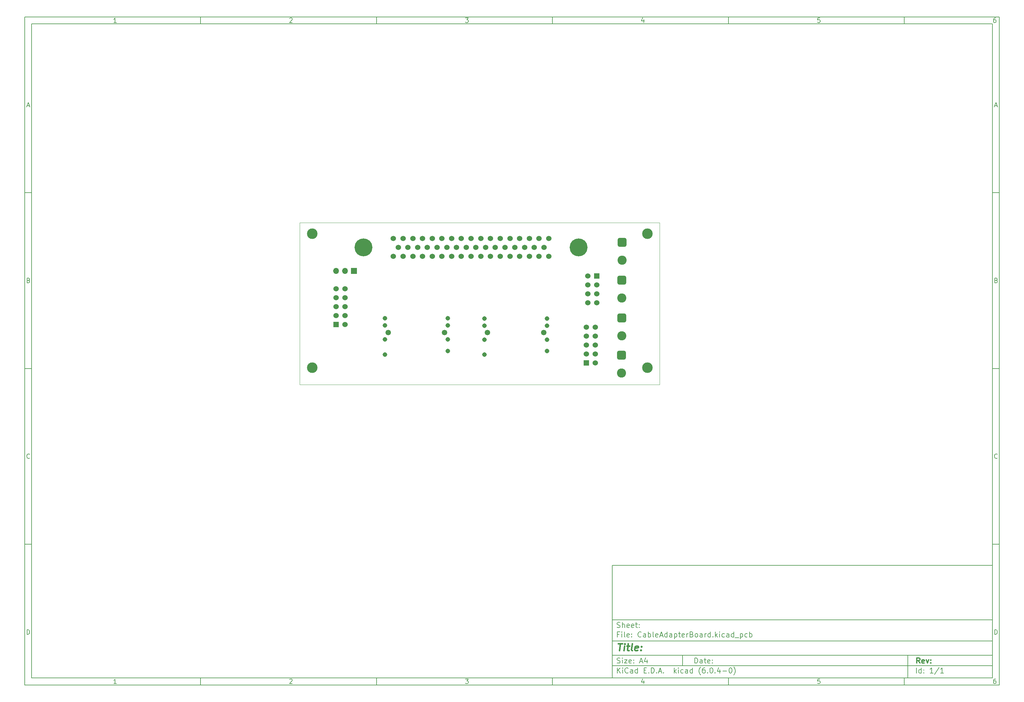
<source format=gbr>
%TF.GenerationSoftware,KiCad,Pcbnew,(6.0.4-0)*%
%TF.CreationDate,2023-08-06T12:43:48-07:00*%
%TF.ProjectId,CableAdapterBoard,4361626c-6541-4646-9170-746572426f61,rev?*%
%TF.SameCoordinates,Original*%
%TF.FileFunction,Soldermask,Bot*%
%TF.FilePolarity,Negative*%
%FSLAX46Y46*%
G04 Gerber Fmt 4.6, Leading zero omitted, Abs format (unit mm)*
G04 Created by KiCad (PCBNEW (6.0.4-0)) date 2023-08-06 12:43:48*
%MOMM*%
%LPD*%
G01*
G04 APERTURE LIST*
G04 Aperture macros list*
%AMRoundRect*
0 Rectangle with rounded corners*
0 $1 Rounding radius*
0 $2 $3 $4 $5 $6 $7 $8 $9 X,Y pos of 4 corners*
0 Add a 4 corners polygon primitive as box body*
4,1,4,$2,$3,$4,$5,$6,$7,$8,$9,$2,$3,0*
0 Add four circle primitives for the rounded corners*
1,1,$1+$1,$2,$3*
1,1,$1+$1,$4,$5*
1,1,$1+$1,$6,$7*
1,1,$1+$1,$8,$9*
0 Add four rect primitives between the rounded corners*
20,1,$1+$1,$2,$3,$4,$5,0*
20,1,$1+$1,$4,$5,$6,$7,0*
20,1,$1+$1,$6,$7,$8,$9,0*
20,1,$1+$1,$8,$9,$2,$3,0*%
G04 Aperture macros list end*
%ADD10C,0.100000*%
%ADD11C,0.150000*%
%ADD12C,0.300000*%
%ADD13C,0.400000*%
%TA.AperFunction,Profile*%
%ADD14C,0.100000*%
%TD*%
%ADD15R,1.700000X1.700000*%
%ADD16O,1.700000X1.700000*%
%ADD17C,3.000000*%
%ADD18C,1.550000*%
%ADD19C,1.308000*%
%ADD20R,1.530000X1.530000*%
%ADD21C,1.530000*%
%ADD22RoundRect,0.650000X-0.650000X0.650000X-0.650000X-0.650000X0.650000X-0.650000X0.650000X0.650000X0*%
%ADD23C,2.600000*%
%ADD24C,1.524000*%
%ADD25C,5.080000*%
G04 APERTURE END LIST*
D10*
D11*
X177002200Y-166007200D02*
X177002200Y-198007200D01*
X285002200Y-198007200D01*
X285002200Y-166007200D01*
X177002200Y-166007200D01*
D10*
D11*
X10000000Y-10000000D02*
X10000000Y-200007200D01*
X287002200Y-200007200D01*
X287002200Y-10000000D01*
X10000000Y-10000000D01*
D10*
D11*
X12000000Y-12000000D02*
X12000000Y-198007200D01*
X285002200Y-198007200D01*
X285002200Y-12000000D01*
X12000000Y-12000000D01*
D10*
D11*
X60000000Y-12000000D02*
X60000000Y-10000000D01*
D10*
D11*
X110000000Y-12000000D02*
X110000000Y-10000000D01*
D10*
D11*
X160000000Y-12000000D02*
X160000000Y-10000000D01*
D10*
D11*
X210000000Y-12000000D02*
X210000000Y-10000000D01*
D10*
D11*
X260000000Y-12000000D02*
X260000000Y-10000000D01*
D10*
D11*
X36065476Y-11588095D02*
X35322619Y-11588095D01*
X35694047Y-11588095D02*
X35694047Y-10288095D01*
X35570238Y-10473809D01*
X35446428Y-10597619D01*
X35322619Y-10659523D01*
D10*
D11*
X85322619Y-10411904D02*
X85384523Y-10350000D01*
X85508333Y-10288095D01*
X85817857Y-10288095D01*
X85941666Y-10350000D01*
X86003571Y-10411904D01*
X86065476Y-10535714D01*
X86065476Y-10659523D01*
X86003571Y-10845238D01*
X85260714Y-11588095D01*
X86065476Y-11588095D01*
D10*
D11*
X135260714Y-10288095D02*
X136065476Y-10288095D01*
X135632142Y-10783333D01*
X135817857Y-10783333D01*
X135941666Y-10845238D01*
X136003571Y-10907142D01*
X136065476Y-11030952D01*
X136065476Y-11340476D01*
X136003571Y-11464285D01*
X135941666Y-11526190D01*
X135817857Y-11588095D01*
X135446428Y-11588095D01*
X135322619Y-11526190D01*
X135260714Y-11464285D01*
D10*
D11*
X185941666Y-10721428D02*
X185941666Y-11588095D01*
X185632142Y-10226190D02*
X185322619Y-11154761D01*
X186127380Y-11154761D01*
D10*
D11*
X236003571Y-10288095D02*
X235384523Y-10288095D01*
X235322619Y-10907142D01*
X235384523Y-10845238D01*
X235508333Y-10783333D01*
X235817857Y-10783333D01*
X235941666Y-10845238D01*
X236003571Y-10907142D01*
X236065476Y-11030952D01*
X236065476Y-11340476D01*
X236003571Y-11464285D01*
X235941666Y-11526190D01*
X235817857Y-11588095D01*
X235508333Y-11588095D01*
X235384523Y-11526190D01*
X235322619Y-11464285D01*
D10*
D11*
X285941666Y-10288095D02*
X285694047Y-10288095D01*
X285570238Y-10350000D01*
X285508333Y-10411904D01*
X285384523Y-10597619D01*
X285322619Y-10845238D01*
X285322619Y-11340476D01*
X285384523Y-11464285D01*
X285446428Y-11526190D01*
X285570238Y-11588095D01*
X285817857Y-11588095D01*
X285941666Y-11526190D01*
X286003571Y-11464285D01*
X286065476Y-11340476D01*
X286065476Y-11030952D01*
X286003571Y-10907142D01*
X285941666Y-10845238D01*
X285817857Y-10783333D01*
X285570238Y-10783333D01*
X285446428Y-10845238D01*
X285384523Y-10907142D01*
X285322619Y-11030952D01*
D10*
D11*
X60000000Y-198007200D02*
X60000000Y-200007200D01*
D10*
D11*
X110000000Y-198007200D02*
X110000000Y-200007200D01*
D10*
D11*
X160000000Y-198007200D02*
X160000000Y-200007200D01*
D10*
D11*
X210000000Y-198007200D02*
X210000000Y-200007200D01*
D10*
D11*
X260000000Y-198007200D02*
X260000000Y-200007200D01*
D10*
D11*
X36065476Y-199595295D02*
X35322619Y-199595295D01*
X35694047Y-199595295D02*
X35694047Y-198295295D01*
X35570238Y-198481009D01*
X35446428Y-198604819D01*
X35322619Y-198666723D01*
D10*
D11*
X85322619Y-198419104D02*
X85384523Y-198357200D01*
X85508333Y-198295295D01*
X85817857Y-198295295D01*
X85941666Y-198357200D01*
X86003571Y-198419104D01*
X86065476Y-198542914D01*
X86065476Y-198666723D01*
X86003571Y-198852438D01*
X85260714Y-199595295D01*
X86065476Y-199595295D01*
D10*
D11*
X135260714Y-198295295D02*
X136065476Y-198295295D01*
X135632142Y-198790533D01*
X135817857Y-198790533D01*
X135941666Y-198852438D01*
X136003571Y-198914342D01*
X136065476Y-199038152D01*
X136065476Y-199347676D01*
X136003571Y-199471485D01*
X135941666Y-199533390D01*
X135817857Y-199595295D01*
X135446428Y-199595295D01*
X135322619Y-199533390D01*
X135260714Y-199471485D01*
D10*
D11*
X185941666Y-198728628D02*
X185941666Y-199595295D01*
X185632142Y-198233390D02*
X185322619Y-199161961D01*
X186127380Y-199161961D01*
D10*
D11*
X236003571Y-198295295D02*
X235384523Y-198295295D01*
X235322619Y-198914342D01*
X235384523Y-198852438D01*
X235508333Y-198790533D01*
X235817857Y-198790533D01*
X235941666Y-198852438D01*
X236003571Y-198914342D01*
X236065476Y-199038152D01*
X236065476Y-199347676D01*
X236003571Y-199471485D01*
X235941666Y-199533390D01*
X235817857Y-199595295D01*
X235508333Y-199595295D01*
X235384523Y-199533390D01*
X235322619Y-199471485D01*
D10*
D11*
X285941666Y-198295295D02*
X285694047Y-198295295D01*
X285570238Y-198357200D01*
X285508333Y-198419104D01*
X285384523Y-198604819D01*
X285322619Y-198852438D01*
X285322619Y-199347676D01*
X285384523Y-199471485D01*
X285446428Y-199533390D01*
X285570238Y-199595295D01*
X285817857Y-199595295D01*
X285941666Y-199533390D01*
X286003571Y-199471485D01*
X286065476Y-199347676D01*
X286065476Y-199038152D01*
X286003571Y-198914342D01*
X285941666Y-198852438D01*
X285817857Y-198790533D01*
X285570238Y-198790533D01*
X285446428Y-198852438D01*
X285384523Y-198914342D01*
X285322619Y-199038152D01*
D10*
D11*
X10000000Y-60000000D02*
X12000000Y-60000000D01*
D10*
D11*
X10000000Y-110000000D02*
X12000000Y-110000000D01*
D10*
D11*
X10000000Y-160000000D02*
X12000000Y-160000000D01*
D10*
D11*
X10690476Y-35216666D02*
X11309523Y-35216666D01*
X10566666Y-35588095D02*
X11000000Y-34288095D01*
X11433333Y-35588095D01*
D10*
D11*
X11092857Y-84907142D02*
X11278571Y-84969047D01*
X11340476Y-85030952D01*
X11402380Y-85154761D01*
X11402380Y-85340476D01*
X11340476Y-85464285D01*
X11278571Y-85526190D01*
X11154761Y-85588095D01*
X10659523Y-85588095D01*
X10659523Y-84288095D01*
X11092857Y-84288095D01*
X11216666Y-84350000D01*
X11278571Y-84411904D01*
X11340476Y-84535714D01*
X11340476Y-84659523D01*
X11278571Y-84783333D01*
X11216666Y-84845238D01*
X11092857Y-84907142D01*
X10659523Y-84907142D01*
D10*
D11*
X11402380Y-135464285D02*
X11340476Y-135526190D01*
X11154761Y-135588095D01*
X11030952Y-135588095D01*
X10845238Y-135526190D01*
X10721428Y-135402380D01*
X10659523Y-135278571D01*
X10597619Y-135030952D01*
X10597619Y-134845238D01*
X10659523Y-134597619D01*
X10721428Y-134473809D01*
X10845238Y-134350000D01*
X11030952Y-134288095D01*
X11154761Y-134288095D01*
X11340476Y-134350000D01*
X11402380Y-134411904D01*
D10*
D11*
X10659523Y-185588095D02*
X10659523Y-184288095D01*
X10969047Y-184288095D01*
X11154761Y-184350000D01*
X11278571Y-184473809D01*
X11340476Y-184597619D01*
X11402380Y-184845238D01*
X11402380Y-185030952D01*
X11340476Y-185278571D01*
X11278571Y-185402380D01*
X11154761Y-185526190D01*
X10969047Y-185588095D01*
X10659523Y-185588095D01*
D10*
D11*
X287002200Y-60000000D02*
X285002200Y-60000000D01*
D10*
D11*
X287002200Y-110000000D02*
X285002200Y-110000000D01*
D10*
D11*
X287002200Y-160000000D02*
X285002200Y-160000000D01*
D10*
D11*
X285692676Y-35216666D02*
X286311723Y-35216666D01*
X285568866Y-35588095D02*
X286002200Y-34288095D01*
X286435533Y-35588095D01*
D10*
D11*
X286095057Y-84907142D02*
X286280771Y-84969047D01*
X286342676Y-85030952D01*
X286404580Y-85154761D01*
X286404580Y-85340476D01*
X286342676Y-85464285D01*
X286280771Y-85526190D01*
X286156961Y-85588095D01*
X285661723Y-85588095D01*
X285661723Y-84288095D01*
X286095057Y-84288095D01*
X286218866Y-84350000D01*
X286280771Y-84411904D01*
X286342676Y-84535714D01*
X286342676Y-84659523D01*
X286280771Y-84783333D01*
X286218866Y-84845238D01*
X286095057Y-84907142D01*
X285661723Y-84907142D01*
D10*
D11*
X286404580Y-135464285D02*
X286342676Y-135526190D01*
X286156961Y-135588095D01*
X286033152Y-135588095D01*
X285847438Y-135526190D01*
X285723628Y-135402380D01*
X285661723Y-135278571D01*
X285599819Y-135030952D01*
X285599819Y-134845238D01*
X285661723Y-134597619D01*
X285723628Y-134473809D01*
X285847438Y-134350000D01*
X286033152Y-134288095D01*
X286156961Y-134288095D01*
X286342676Y-134350000D01*
X286404580Y-134411904D01*
D10*
D11*
X285661723Y-185588095D02*
X285661723Y-184288095D01*
X285971247Y-184288095D01*
X286156961Y-184350000D01*
X286280771Y-184473809D01*
X286342676Y-184597619D01*
X286404580Y-184845238D01*
X286404580Y-185030952D01*
X286342676Y-185278571D01*
X286280771Y-185402380D01*
X286156961Y-185526190D01*
X285971247Y-185588095D01*
X285661723Y-185588095D01*
D10*
D11*
X200434342Y-193785771D02*
X200434342Y-192285771D01*
X200791485Y-192285771D01*
X201005771Y-192357200D01*
X201148628Y-192500057D01*
X201220057Y-192642914D01*
X201291485Y-192928628D01*
X201291485Y-193142914D01*
X201220057Y-193428628D01*
X201148628Y-193571485D01*
X201005771Y-193714342D01*
X200791485Y-193785771D01*
X200434342Y-193785771D01*
X202577200Y-193785771D02*
X202577200Y-193000057D01*
X202505771Y-192857200D01*
X202362914Y-192785771D01*
X202077200Y-192785771D01*
X201934342Y-192857200D01*
X202577200Y-193714342D02*
X202434342Y-193785771D01*
X202077200Y-193785771D01*
X201934342Y-193714342D01*
X201862914Y-193571485D01*
X201862914Y-193428628D01*
X201934342Y-193285771D01*
X202077200Y-193214342D01*
X202434342Y-193214342D01*
X202577200Y-193142914D01*
X203077200Y-192785771D02*
X203648628Y-192785771D01*
X203291485Y-192285771D02*
X203291485Y-193571485D01*
X203362914Y-193714342D01*
X203505771Y-193785771D01*
X203648628Y-193785771D01*
X204720057Y-193714342D02*
X204577200Y-193785771D01*
X204291485Y-193785771D01*
X204148628Y-193714342D01*
X204077200Y-193571485D01*
X204077200Y-193000057D01*
X204148628Y-192857200D01*
X204291485Y-192785771D01*
X204577200Y-192785771D01*
X204720057Y-192857200D01*
X204791485Y-193000057D01*
X204791485Y-193142914D01*
X204077200Y-193285771D01*
X205434342Y-193642914D02*
X205505771Y-193714342D01*
X205434342Y-193785771D01*
X205362914Y-193714342D01*
X205434342Y-193642914D01*
X205434342Y-193785771D01*
X205434342Y-192857200D02*
X205505771Y-192928628D01*
X205434342Y-193000057D01*
X205362914Y-192928628D01*
X205434342Y-192857200D01*
X205434342Y-193000057D01*
D10*
D11*
X177002200Y-194507200D02*
X285002200Y-194507200D01*
D10*
D11*
X178434342Y-196585771D02*
X178434342Y-195085771D01*
X179291485Y-196585771D02*
X178648628Y-195728628D01*
X179291485Y-195085771D02*
X178434342Y-195942914D01*
X179934342Y-196585771D02*
X179934342Y-195585771D01*
X179934342Y-195085771D02*
X179862914Y-195157200D01*
X179934342Y-195228628D01*
X180005771Y-195157200D01*
X179934342Y-195085771D01*
X179934342Y-195228628D01*
X181505771Y-196442914D02*
X181434342Y-196514342D01*
X181220057Y-196585771D01*
X181077200Y-196585771D01*
X180862914Y-196514342D01*
X180720057Y-196371485D01*
X180648628Y-196228628D01*
X180577200Y-195942914D01*
X180577200Y-195728628D01*
X180648628Y-195442914D01*
X180720057Y-195300057D01*
X180862914Y-195157200D01*
X181077200Y-195085771D01*
X181220057Y-195085771D01*
X181434342Y-195157200D01*
X181505771Y-195228628D01*
X182791485Y-196585771D02*
X182791485Y-195800057D01*
X182720057Y-195657200D01*
X182577200Y-195585771D01*
X182291485Y-195585771D01*
X182148628Y-195657200D01*
X182791485Y-196514342D02*
X182648628Y-196585771D01*
X182291485Y-196585771D01*
X182148628Y-196514342D01*
X182077200Y-196371485D01*
X182077200Y-196228628D01*
X182148628Y-196085771D01*
X182291485Y-196014342D01*
X182648628Y-196014342D01*
X182791485Y-195942914D01*
X184148628Y-196585771D02*
X184148628Y-195085771D01*
X184148628Y-196514342D02*
X184005771Y-196585771D01*
X183720057Y-196585771D01*
X183577200Y-196514342D01*
X183505771Y-196442914D01*
X183434342Y-196300057D01*
X183434342Y-195871485D01*
X183505771Y-195728628D01*
X183577200Y-195657200D01*
X183720057Y-195585771D01*
X184005771Y-195585771D01*
X184148628Y-195657200D01*
X186005771Y-195800057D02*
X186505771Y-195800057D01*
X186720057Y-196585771D02*
X186005771Y-196585771D01*
X186005771Y-195085771D01*
X186720057Y-195085771D01*
X187362914Y-196442914D02*
X187434342Y-196514342D01*
X187362914Y-196585771D01*
X187291485Y-196514342D01*
X187362914Y-196442914D01*
X187362914Y-196585771D01*
X188077200Y-196585771D02*
X188077200Y-195085771D01*
X188434342Y-195085771D01*
X188648628Y-195157200D01*
X188791485Y-195300057D01*
X188862914Y-195442914D01*
X188934342Y-195728628D01*
X188934342Y-195942914D01*
X188862914Y-196228628D01*
X188791485Y-196371485D01*
X188648628Y-196514342D01*
X188434342Y-196585771D01*
X188077200Y-196585771D01*
X189577200Y-196442914D02*
X189648628Y-196514342D01*
X189577200Y-196585771D01*
X189505771Y-196514342D01*
X189577200Y-196442914D01*
X189577200Y-196585771D01*
X190220057Y-196157200D02*
X190934342Y-196157200D01*
X190077200Y-196585771D02*
X190577200Y-195085771D01*
X191077200Y-196585771D01*
X191577200Y-196442914D02*
X191648628Y-196514342D01*
X191577200Y-196585771D01*
X191505771Y-196514342D01*
X191577200Y-196442914D01*
X191577200Y-196585771D01*
X194577200Y-196585771D02*
X194577200Y-195085771D01*
X194720057Y-196014342D02*
X195148628Y-196585771D01*
X195148628Y-195585771D02*
X194577200Y-196157200D01*
X195791485Y-196585771D02*
X195791485Y-195585771D01*
X195791485Y-195085771D02*
X195720057Y-195157200D01*
X195791485Y-195228628D01*
X195862914Y-195157200D01*
X195791485Y-195085771D01*
X195791485Y-195228628D01*
X197148628Y-196514342D02*
X197005771Y-196585771D01*
X196720057Y-196585771D01*
X196577200Y-196514342D01*
X196505771Y-196442914D01*
X196434342Y-196300057D01*
X196434342Y-195871485D01*
X196505771Y-195728628D01*
X196577200Y-195657200D01*
X196720057Y-195585771D01*
X197005771Y-195585771D01*
X197148628Y-195657200D01*
X198434342Y-196585771D02*
X198434342Y-195800057D01*
X198362914Y-195657200D01*
X198220057Y-195585771D01*
X197934342Y-195585771D01*
X197791485Y-195657200D01*
X198434342Y-196514342D02*
X198291485Y-196585771D01*
X197934342Y-196585771D01*
X197791485Y-196514342D01*
X197720057Y-196371485D01*
X197720057Y-196228628D01*
X197791485Y-196085771D01*
X197934342Y-196014342D01*
X198291485Y-196014342D01*
X198434342Y-195942914D01*
X199791485Y-196585771D02*
X199791485Y-195085771D01*
X199791485Y-196514342D02*
X199648628Y-196585771D01*
X199362914Y-196585771D01*
X199220057Y-196514342D01*
X199148628Y-196442914D01*
X199077200Y-196300057D01*
X199077200Y-195871485D01*
X199148628Y-195728628D01*
X199220057Y-195657200D01*
X199362914Y-195585771D01*
X199648628Y-195585771D01*
X199791485Y-195657200D01*
X202077200Y-197157200D02*
X202005771Y-197085771D01*
X201862914Y-196871485D01*
X201791485Y-196728628D01*
X201720057Y-196514342D01*
X201648628Y-196157200D01*
X201648628Y-195871485D01*
X201720057Y-195514342D01*
X201791485Y-195300057D01*
X201862914Y-195157200D01*
X202005771Y-194942914D01*
X202077200Y-194871485D01*
X203291485Y-195085771D02*
X203005771Y-195085771D01*
X202862914Y-195157200D01*
X202791485Y-195228628D01*
X202648628Y-195442914D01*
X202577200Y-195728628D01*
X202577200Y-196300057D01*
X202648628Y-196442914D01*
X202720057Y-196514342D01*
X202862914Y-196585771D01*
X203148628Y-196585771D01*
X203291485Y-196514342D01*
X203362914Y-196442914D01*
X203434342Y-196300057D01*
X203434342Y-195942914D01*
X203362914Y-195800057D01*
X203291485Y-195728628D01*
X203148628Y-195657200D01*
X202862914Y-195657200D01*
X202720057Y-195728628D01*
X202648628Y-195800057D01*
X202577200Y-195942914D01*
X204077200Y-196442914D02*
X204148628Y-196514342D01*
X204077200Y-196585771D01*
X204005771Y-196514342D01*
X204077200Y-196442914D01*
X204077200Y-196585771D01*
X205077200Y-195085771D02*
X205220057Y-195085771D01*
X205362914Y-195157200D01*
X205434342Y-195228628D01*
X205505771Y-195371485D01*
X205577200Y-195657200D01*
X205577200Y-196014342D01*
X205505771Y-196300057D01*
X205434342Y-196442914D01*
X205362914Y-196514342D01*
X205220057Y-196585771D01*
X205077200Y-196585771D01*
X204934342Y-196514342D01*
X204862914Y-196442914D01*
X204791485Y-196300057D01*
X204720057Y-196014342D01*
X204720057Y-195657200D01*
X204791485Y-195371485D01*
X204862914Y-195228628D01*
X204934342Y-195157200D01*
X205077200Y-195085771D01*
X206220057Y-196442914D02*
X206291485Y-196514342D01*
X206220057Y-196585771D01*
X206148628Y-196514342D01*
X206220057Y-196442914D01*
X206220057Y-196585771D01*
X207577200Y-195585771D02*
X207577200Y-196585771D01*
X207220057Y-195014342D02*
X206862914Y-196085771D01*
X207791485Y-196085771D01*
X208362914Y-196014342D02*
X209505771Y-196014342D01*
X210505771Y-195085771D02*
X210648628Y-195085771D01*
X210791485Y-195157200D01*
X210862914Y-195228628D01*
X210934342Y-195371485D01*
X211005771Y-195657200D01*
X211005771Y-196014342D01*
X210934342Y-196300057D01*
X210862914Y-196442914D01*
X210791485Y-196514342D01*
X210648628Y-196585771D01*
X210505771Y-196585771D01*
X210362914Y-196514342D01*
X210291485Y-196442914D01*
X210220057Y-196300057D01*
X210148628Y-196014342D01*
X210148628Y-195657200D01*
X210220057Y-195371485D01*
X210291485Y-195228628D01*
X210362914Y-195157200D01*
X210505771Y-195085771D01*
X211505771Y-197157200D02*
X211577200Y-197085771D01*
X211720057Y-196871485D01*
X211791485Y-196728628D01*
X211862914Y-196514342D01*
X211934342Y-196157200D01*
X211934342Y-195871485D01*
X211862914Y-195514342D01*
X211791485Y-195300057D01*
X211720057Y-195157200D01*
X211577200Y-194942914D01*
X211505771Y-194871485D01*
D10*
D11*
X177002200Y-191507200D02*
X285002200Y-191507200D01*
D10*
D12*
X264411485Y-193785771D02*
X263911485Y-193071485D01*
X263554342Y-193785771D02*
X263554342Y-192285771D01*
X264125771Y-192285771D01*
X264268628Y-192357200D01*
X264340057Y-192428628D01*
X264411485Y-192571485D01*
X264411485Y-192785771D01*
X264340057Y-192928628D01*
X264268628Y-193000057D01*
X264125771Y-193071485D01*
X263554342Y-193071485D01*
X265625771Y-193714342D02*
X265482914Y-193785771D01*
X265197200Y-193785771D01*
X265054342Y-193714342D01*
X264982914Y-193571485D01*
X264982914Y-193000057D01*
X265054342Y-192857200D01*
X265197200Y-192785771D01*
X265482914Y-192785771D01*
X265625771Y-192857200D01*
X265697200Y-193000057D01*
X265697200Y-193142914D01*
X264982914Y-193285771D01*
X266197200Y-192785771D02*
X266554342Y-193785771D01*
X266911485Y-192785771D01*
X267482914Y-193642914D02*
X267554342Y-193714342D01*
X267482914Y-193785771D01*
X267411485Y-193714342D01*
X267482914Y-193642914D01*
X267482914Y-193785771D01*
X267482914Y-192857200D02*
X267554342Y-192928628D01*
X267482914Y-193000057D01*
X267411485Y-192928628D01*
X267482914Y-192857200D01*
X267482914Y-193000057D01*
D10*
D11*
X178362914Y-193714342D02*
X178577200Y-193785771D01*
X178934342Y-193785771D01*
X179077200Y-193714342D01*
X179148628Y-193642914D01*
X179220057Y-193500057D01*
X179220057Y-193357200D01*
X179148628Y-193214342D01*
X179077200Y-193142914D01*
X178934342Y-193071485D01*
X178648628Y-193000057D01*
X178505771Y-192928628D01*
X178434342Y-192857200D01*
X178362914Y-192714342D01*
X178362914Y-192571485D01*
X178434342Y-192428628D01*
X178505771Y-192357200D01*
X178648628Y-192285771D01*
X179005771Y-192285771D01*
X179220057Y-192357200D01*
X179862914Y-193785771D02*
X179862914Y-192785771D01*
X179862914Y-192285771D02*
X179791485Y-192357200D01*
X179862914Y-192428628D01*
X179934342Y-192357200D01*
X179862914Y-192285771D01*
X179862914Y-192428628D01*
X180434342Y-192785771D02*
X181220057Y-192785771D01*
X180434342Y-193785771D01*
X181220057Y-193785771D01*
X182362914Y-193714342D02*
X182220057Y-193785771D01*
X181934342Y-193785771D01*
X181791485Y-193714342D01*
X181720057Y-193571485D01*
X181720057Y-193000057D01*
X181791485Y-192857200D01*
X181934342Y-192785771D01*
X182220057Y-192785771D01*
X182362914Y-192857200D01*
X182434342Y-193000057D01*
X182434342Y-193142914D01*
X181720057Y-193285771D01*
X183077200Y-193642914D02*
X183148628Y-193714342D01*
X183077200Y-193785771D01*
X183005771Y-193714342D01*
X183077200Y-193642914D01*
X183077200Y-193785771D01*
X183077200Y-192857200D02*
X183148628Y-192928628D01*
X183077200Y-193000057D01*
X183005771Y-192928628D01*
X183077200Y-192857200D01*
X183077200Y-193000057D01*
X184862914Y-193357200D02*
X185577200Y-193357200D01*
X184720057Y-193785771D02*
X185220057Y-192285771D01*
X185720057Y-193785771D01*
X186862914Y-192785771D02*
X186862914Y-193785771D01*
X186505771Y-192214342D02*
X186148628Y-193285771D01*
X187077200Y-193285771D01*
D10*
D11*
X263434342Y-196585771D02*
X263434342Y-195085771D01*
X264791485Y-196585771D02*
X264791485Y-195085771D01*
X264791485Y-196514342D02*
X264648628Y-196585771D01*
X264362914Y-196585771D01*
X264220057Y-196514342D01*
X264148628Y-196442914D01*
X264077200Y-196300057D01*
X264077200Y-195871485D01*
X264148628Y-195728628D01*
X264220057Y-195657200D01*
X264362914Y-195585771D01*
X264648628Y-195585771D01*
X264791485Y-195657200D01*
X265505771Y-196442914D02*
X265577200Y-196514342D01*
X265505771Y-196585771D01*
X265434342Y-196514342D01*
X265505771Y-196442914D01*
X265505771Y-196585771D01*
X265505771Y-195657200D02*
X265577200Y-195728628D01*
X265505771Y-195800057D01*
X265434342Y-195728628D01*
X265505771Y-195657200D01*
X265505771Y-195800057D01*
X268148628Y-196585771D02*
X267291485Y-196585771D01*
X267720057Y-196585771D02*
X267720057Y-195085771D01*
X267577200Y-195300057D01*
X267434342Y-195442914D01*
X267291485Y-195514342D01*
X269862914Y-195014342D02*
X268577200Y-196942914D01*
X271148628Y-196585771D02*
X270291485Y-196585771D01*
X270720057Y-196585771D02*
X270720057Y-195085771D01*
X270577200Y-195300057D01*
X270434342Y-195442914D01*
X270291485Y-195514342D01*
D10*
D11*
X177002200Y-187507200D02*
X285002200Y-187507200D01*
D10*
D13*
X178714580Y-188211961D02*
X179857438Y-188211961D01*
X179036009Y-190211961D02*
X179286009Y-188211961D01*
X180274104Y-190211961D02*
X180440771Y-188878628D01*
X180524104Y-188211961D02*
X180416961Y-188307200D01*
X180500295Y-188402438D01*
X180607438Y-188307200D01*
X180524104Y-188211961D01*
X180500295Y-188402438D01*
X181107438Y-188878628D02*
X181869342Y-188878628D01*
X181476485Y-188211961D02*
X181262200Y-189926247D01*
X181333628Y-190116723D01*
X181512200Y-190211961D01*
X181702676Y-190211961D01*
X182655057Y-190211961D02*
X182476485Y-190116723D01*
X182405057Y-189926247D01*
X182619342Y-188211961D01*
X184190771Y-190116723D02*
X183988390Y-190211961D01*
X183607438Y-190211961D01*
X183428866Y-190116723D01*
X183357438Y-189926247D01*
X183452676Y-189164342D01*
X183571723Y-188973866D01*
X183774104Y-188878628D01*
X184155057Y-188878628D01*
X184333628Y-188973866D01*
X184405057Y-189164342D01*
X184381247Y-189354819D01*
X183405057Y-189545295D01*
X185155057Y-190021485D02*
X185238390Y-190116723D01*
X185131247Y-190211961D01*
X185047914Y-190116723D01*
X185155057Y-190021485D01*
X185131247Y-190211961D01*
X185286009Y-188973866D02*
X185369342Y-189069104D01*
X185262200Y-189164342D01*
X185178866Y-189069104D01*
X185286009Y-188973866D01*
X185262200Y-189164342D01*
D10*
D11*
X178934342Y-185600057D02*
X178434342Y-185600057D01*
X178434342Y-186385771D02*
X178434342Y-184885771D01*
X179148628Y-184885771D01*
X179720057Y-186385771D02*
X179720057Y-185385771D01*
X179720057Y-184885771D02*
X179648628Y-184957200D01*
X179720057Y-185028628D01*
X179791485Y-184957200D01*
X179720057Y-184885771D01*
X179720057Y-185028628D01*
X180648628Y-186385771D02*
X180505771Y-186314342D01*
X180434342Y-186171485D01*
X180434342Y-184885771D01*
X181791485Y-186314342D02*
X181648628Y-186385771D01*
X181362914Y-186385771D01*
X181220057Y-186314342D01*
X181148628Y-186171485D01*
X181148628Y-185600057D01*
X181220057Y-185457200D01*
X181362914Y-185385771D01*
X181648628Y-185385771D01*
X181791485Y-185457200D01*
X181862914Y-185600057D01*
X181862914Y-185742914D01*
X181148628Y-185885771D01*
X182505771Y-186242914D02*
X182577200Y-186314342D01*
X182505771Y-186385771D01*
X182434342Y-186314342D01*
X182505771Y-186242914D01*
X182505771Y-186385771D01*
X182505771Y-185457200D02*
X182577200Y-185528628D01*
X182505771Y-185600057D01*
X182434342Y-185528628D01*
X182505771Y-185457200D01*
X182505771Y-185600057D01*
X185220057Y-186242914D02*
X185148628Y-186314342D01*
X184934342Y-186385771D01*
X184791485Y-186385771D01*
X184577200Y-186314342D01*
X184434342Y-186171485D01*
X184362914Y-186028628D01*
X184291485Y-185742914D01*
X184291485Y-185528628D01*
X184362914Y-185242914D01*
X184434342Y-185100057D01*
X184577200Y-184957200D01*
X184791485Y-184885771D01*
X184934342Y-184885771D01*
X185148628Y-184957200D01*
X185220057Y-185028628D01*
X186505771Y-186385771D02*
X186505771Y-185600057D01*
X186434342Y-185457200D01*
X186291485Y-185385771D01*
X186005771Y-185385771D01*
X185862914Y-185457200D01*
X186505771Y-186314342D02*
X186362914Y-186385771D01*
X186005771Y-186385771D01*
X185862914Y-186314342D01*
X185791485Y-186171485D01*
X185791485Y-186028628D01*
X185862914Y-185885771D01*
X186005771Y-185814342D01*
X186362914Y-185814342D01*
X186505771Y-185742914D01*
X187220057Y-186385771D02*
X187220057Y-184885771D01*
X187220057Y-185457200D02*
X187362914Y-185385771D01*
X187648628Y-185385771D01*
X187791485Y-185457200D01*
X187862914Y-185528628D01*
X187934342Y-185671485D01*
X187934342Y-186100057D01*
X187862914Y-186242914D01*
X187791485Y-186314342D01*
X187648628Y-186385771D01*
X187362914Y-186385771D01*
X187220057Y-186314342D01*
X188791485Y-186385771D02*
X188648628Y-186314342D01*
X188577200Y-186171485D01*
X188577200Y-184885771D01*
X189934342Y-186314342D02*
X189791485Y-186385771D01*
X189505771Y-186385771D01*
X189362914Y-186314342D01*
X189291485Y-186171485D01*
X189291485Y-185600057D01*
X189362914Y-185457200D01*
X189505771Y-185385771D01*
X189791485Y-185385771D01*
X189934342Y-185457200D01*
X190005771Y-185600057D01*
X190005771Y-185742914D01*
X189291485Y-185885771D01*
X190577200Y-185957200D02*
X191291485Y-185957200D01*
X190434342Y-186385771D02*
X190934342Y-184885771D01*
X191434342Y-186385771D01*
X192577200Y-186385771D02*
X192577200Y-184885771D01*
X192577200Y-186314342D02*
X192434342Y-186385771D01*
X192148628Y-186385771D01*
X192005771Y-186314342D01*
X191934342Y-186242914D01*
X191862914Y-186100057D01*
X191862914Y-185671485D01*
X191934342Y-185528628D01*
X192005771Y-185457200D01*
X192148628Y-185385771D01*
X192434342Y-185385771D01*
X192577200Y-185457200D01*
X193934342Y-186385771D02*
X193934342Y-185600057D01*
X193862914Y-185457200D01*
X193720057Y-185385771D01*
X193434342Y-185385771D01*
X193291485Y-185457200D01*
X193934342Y-186314342D02*
X193791485Y-186385771D01*
X193434342Y-186385771D01*
X193291485Y-186314342D01*
X193220057Y-186171485D01*
X193220057Y-186028628D01*
X193291485Y-185885771D01*
X193434342Y-185814342D01*
X193791485Y-185814342D01*
X193934342Y-185742914D01*
X194648628Y-185385771D02*
X194648628Y-186885771D01*
X194648628Y-185457200D02*
X194791485Y-185385771D01*
X195077200Y-185385771D01*
X195220057Y-185457200D01*
X195291485Y-185528628D01*
X195362914Y-185671485D01*
X195362914Y-186100057D01*
X195291485Y-186242914D01*
X195220057Y-186314342D01*
X195077200Y-186385771D01*
X194791485Y-186385771D01*
X194648628Y-186314342D01*
X195791485Y-185385771D02*
X196362914Y-185385771D01*
X196005771Y-184885771D02*
X196005771Y-186171485D01*
X196077200Y-186314342D01*
X196220057Y-186385771D01*
X196362914Y-186385771D01*
X197434342Y-186314342D02*
X197291485Y-186385771D01*
X197005771Y-186385771D01*
X196862914Y-186314342D01*
X196791485Y-186171485D01*
X196791485Y-185600057D01*
X196862914Y-185457200D01*
X197005771Y-185385771D01*
X197291485Y-185385771D01*
X197434342Y-185457200D01*
X197505771Y-185600057D01*
X197505771Y-185742914D01*
X196791485Y-185885771D01*
X198148628Y-186385771D02*
X198148628Y-185385771D01*
X198148628Y-185671485D02*
X198220057Y-185528628D01*
X198291485Y-185457200D01*
X198434342Y-185385771D01*
X198577200Y-185385771D01*
X199577200Y-185600057D02*
X199791485Y-185671485D01*
X199862914Y-185742914D01*
X199934342Y-185885771D01*
X199934342Y-186100057D01*
X199862914Y-186242914D01*
X199791485Y-186314342D01*
X199648628Y-186385771D01*
X199077200Y-186385771D01*
X199077200Y-184885771D01*
X199577200Y-184885771D01*
X199720057Y-184957200D01*
X199791485Y-185028628D01*
X199862914Y-185171485D01*
X199862914Y-185314342D01*
X199791485Y-185457200D01*
X199720057Y-185528628D01*
X199577200Y-185600057D01*
X199077200Y-185600057D01*
X200791485Y-186385771D02*
X200648628Y-186314342D01*
X200577200Y-186242914D01*
X200505771Y-186100057D01*
X200505771Y-185671485D01*
X200577200Y-185528628D01*
X200648628Y-185457200D01*
X200791485Y-185385771D01*
X201005771Y-185385771D01*
X201148628Y-185457200D01*
X201220057Y-185528628D01*
X201291485Y-185671485D01*
X201291485Y-186100057D01*
X201220057Y-186242914D01*
X201148628Y-186314342D01*
X201005771Y-186385771D01*
X200791485Y-186385771D01*
X202577200Y-186385771D02*
X202577200Y-185600057D01*
X202505771Y-185457200D01*
X202362914Y-185385771D01*
X202077200Y-185385771D01*
X201934342Y-185457200D01*
X202577200Y-186314342D02*
X202434342Y-186385771D01*
X202077200Y-186385771D01*
X201934342Y-186314342D01*
X201862914Y-186171485D01*
X201862914Y-186028628D01*
X201934342Y-185885771D01*
X202077200Y-185814342D01*
X202434342Y-185814342D01*
X202577200Y-185742914D01*
X203291485Y-186385771D02*
X203291485Y-185385771D01*
X203291485Y-185671485D02*
X203362914Y-185528628D01*
X203434342Y-185457200D01*
X203577200Y-185385771D01*
X203720057Y-185385771D01*
X204862914Y-186385771D02*
X204862914Y-184885771D01*
X204862914Y-186314342D02*
X204720057Y-186385771D01*
X204434342Y-186385771D01*
X204291485Y-186314342D01*
X204220057Y-186242914D01*
X204148628Y-186100057D01*
X204148628Y-185671485D01*
X204220057Y-185528628D01*
X204291485Y-185457200D01*
X204434342Y-185385771D01*
X204720057Y-185385771D01*
X204862914Y-185457200D01*
X205577200Y-186242914D02*
X205648628Y-186314342D01*
X205577200Y-186385771D01*
X205505771Y-186314342D01*
X205577200Y-186242914D01*
X205577200Y-186385771D01*
X206291485Y-186385771D02*
X206291485Y-184885771D01*
X206434342Y-185814342D02*
X206862914Y-186385771D01*
X206862914Y-185385771D02*
X206291485Y-185957200D01*
X207505771Y-186385771D02*
X207505771Y-185385771D01*
X207505771Y-184885771D02*
X207434342Y-184957200D01*
X207505771Y-185028628D01*
X207577200Y-184957200D01*
X207505771Y-184885771D01*
X207505771Y-185028628D01*
X208862914Y-186314342D02*
X208720057Y-186385771D01*
X208434342Y-186385771D01*
X208291485Y-186314342D01*
X208220057Y-186242914D01*
X208148628Y-186100057D01*
X208148628Y-185671485D01*
X208220057Y-185528628D01*
X208291485Y-185457200D01*
X208434342Y-185385771D01*
X208720057Y-185385771D01*
X208862914Y-185457200D01*
X210148628Y-186385771D02*
X210148628Y-185600057D01*
X210077200Y-185457200D01*
X209934342Y-185385771D01*
X209648628Y-185385771D01*
X209505771Y-185457200D01*
X210148628Y-186314342D02*
X210005771Y-186385771D01*
X209648628Y-186385771D01*
X209505771Y-186314342D01*
X209434342Y-186171485D01*
X209434342Y-186028628D01*
X209505771Y-185885771D01*
X209648628Y-185814342D01*
X210005771Y-185814342D01*
X210148628Y-185742914D01*
X211505771Y-186385771D02*
X211505771Y-184885771D01*
X211505771Y-186314342D02*
X211362914Y-186385771D01*
X211077200Y-186385771D01*
X210934342Y-186314342D01*
X210862914Y-186242914D01*
X210791485Y-186100057D01*
X210791485Y-185671485D01*
X210862914Y-185528628D01*
X210934342Y-185457200D01*
X211077200Y-185385771D01*
X211362914Y-185385771D01*
X211505771Y-185457200D01*
X211862914Y-186528628D02*
X213005771Y-186528628D01*
X213362914Y-185385771D02*
X213362914Y-186885771D01*
X213362914Y-185457200D02*
X213505771Y-185385771D01*
X213791485Y-185385771D01*
X213934342Y-185457200D01*
X214005771Y-185528628D01*
X214077200Y-185671485D01*
X214077200Y-186100057D01*
X214005771Y-186242914D01*
X213934342Y-186314342D01*
X213791485Y-186385771D01*
X213505771Y-186385771D01*
X213362914Y-186314342D01*
X215362914Y-186314342D02*
X215220057Y-186385771D01*
X214934342Y-186385771D01*
X214791485Y-186314342D01*
X214720057Y-186242914D01*
X214648628Y-186100057D01*
X214648628Y-185671485D01*
X214720057Y-185528628D01*
X214791485Y-185457200D01*
X214934342Y-185385771D01*
X215220057Y-185385771D01*
X215362914Y-185457200D01*
X216005771Y-186385771D02*
X216005771Y-184885771D01*
X216005771Y-185457200D02*
X216148628Y-185385771D01*
X216434342Y-185385771D01*
X216577200Y-185457200D01*
X216648628Y-185528628D01*
X216720057Y-185671485D01*
X216720057Y-186100057D01*
X216648628Y-186242914D01*
X216577200Y-186314342D01*
X216434342Y-186385771D01*
X216148628Y-186385771D01*
X216005771Y-186314342D01*
D10*
D11*
X177002200Y-181507200D02*
X285002200Y-181507200D01*
D10*
D11*
X178362914Y-183614342D02*
X178577200Y-183685771D01*
X178934342Y-183685771D01*
X179077200Y-183614342D01*
X179148628Y-183542914D01*
X179220057Y-183400057D01*
X179220057Y-183257200D01*
X179148628Y-183114342D01*
X179077200Y-183042914D01*
X178934342Y-182971485D01*
X178648628Y-182900057D01*
X178505771Y-182828628D01*
X178434342Y-182757200D01*
X178362914Y-182614342D01*
X178362914Y-182471485D01*
X178434342Y-182328628D01*
X178505771Y-182257200D01*
X178648628Y-182185771D01*
X179005771Y-182185771D01*
X179220057Y-182257200D01*
X179862914Y-183685771D02*
X179862914Y-182185771D01*
X180505771Y-183685771D02*
X180505771Y-182900057D01*
X180434342Y-182757200D01*
X180291485Y-182685771D01*
X180077200Y-182685771D01*
X179934342Y-182757200D01*
X179862914Y-182828628D01*
X181791485Y-183614342D02*
X181648628Y-183685771D01*
X181362914Y-183685771D01*
X181220057Y-183614342D01*
X181148628Y-183471485D01*
X181148628Y-182900057D01*
X181220057Y-182757200D01*
X181362914Y-182685771D01*
X181648628Y-182685771D01*
X181791485Y-182757200D01*
X181862914Y-182900057D01*
X181862914Y-183042914D01*
X181148628Y-183185771D01*
X183077200Y-183614342D02*
X182934342Y-183685771D01*
X182648628Y-183685771D01*
X182505771Y-183614342D01*
X182434342Y-183471485D01*
X182434342Y-182900057D01*
X182505771Y-182757200D01*
X182648628Y-182685771D01*
X182934342Y-182685771D01*
X183077200Y-182757200D01*
X183148628Y-182900057D01*
X183148628Y-183042914D01*
X182434342Y-183185771D01*
X183577200Y-182685771D02*
X184148628Y-182685771D01*
X183791485Y-182185771D02*
X183791485Y-183471485D01*
X183862914Y-183614342D01*
X184005771Y-183685771D01*
X184148628Y-183685771D01*
X184648628Y-183542914D02*
X184720057Y-183614342D01*
X184648628Y-183685771D01*
X184577200Y-183614342D01*
X184648628Y-183542914D01*
X184648628Y-183685771D01*
X184648628Y-182757200D02*
X184720057Y-182828628D01*
X184648628Y-182900057D01*
X184577200Y-182828628D01*
X184648628Y-182757200D01*
X184648628Y-182900057D01*
D10*
D12*
D10*
D11*
D10*
D11*
D10*
D11*
D10*
D11*
D10*
D11*
X197002200Y-191507200D02*
X197002200Y-194507200D01*
D10*
D11*
X261002200Y-191507200D02*
X261002200Y-198007200D01*
D14*
X190480000Y-68510000D02*
X190480000Y-114600000D01*
X190480000Y-114600000D02*
X88130000Y-114600000D01*
X88130000Y-114600000D02*
X88130000Y-68510000D01*
X88130000Y-68510000D02*
X162400000Y-68510000D01*
X162400000Y-68510000D02*
X190480000Y-68510000D01*
D15*
%TO.C,JP1*%
X103610000Y-82200000D03*
D16*
X101070000Y-82200000D03*
X98530000Y-82200000D03*
%TD*%
D17*
%TO.C,REF\u002A\u002A1*%
X91750000Y-71660000D03*
%TD*%
D18*
%TO.C,J21*%
X157525000Y-99800000D03*
X141525000Y-99800000D03*
D19*
X158425000Y-105040000D03*
X158425000Y-101800000D03*
X158425000Y-97800000D03*
X158425000Y-95770000D03*
X140625000Y-95770000D03*
X140625000Y-97800000D03*
X140625000Y-101800000D03*
X140625000Y-106040000D03*
%TD*%
D20*
%TO.C,J2*%
X169595000Y-108422500D03*
D21*
X169595000Y-105882500D03*
X169595000Y-103342500D03*
X169595000Y-100802500D03*
X169595000Y-98262500D03*
X172135000Y-108422500D03*
X172135000Y-105882500D03*
X172135000Y-103342500D03*
X172135000Y-100802500D03*
X172135000Y-98262500D03*
%TD*%
D22*
%TO.C,TP4*%
X179600000Y-106220000D03*
D23*
X179600000Y-111300000D03*
%TD*%
D17*
%TO.C,REF\u002A\u002A2*%
X187000000Y-109760000D03*
%TD*%
D20*
%TO.C,J3*%
X98495000Y-97497500D03*
D21*
X98495000Y-94957500D03*
X98495000Y-92417500D03*
X98495000Y-89877500D03*
X98495000Y-87337500D03*
X101035000Y-97497500D03*
X101035000Y-94957500D03*
X101035000Y-92417500D03*
X101035000Y-89877500D03*
X101035000Y-87337500D03*
%TD*%
D22*
%TO.C,TP2*%
X179720000Y-84890000D03*
D23*
X179720000Y-89970000D03*
%TD*%
D17*
%TO.C,REF\u002A\u002A*%
X187000000Y-71660000D03*
%TD*%
D22*
%TO.C,TP3*%
X179770000Y-74100000D03*
D23*
X179770000Y-79180000D03*
%TD*%
D18*
%TO.C,J31*%
X113325000Y-99750000D03*
X129325000Y-99750000D03*
D19*
X130225000Y-104990000D03*
X130225000Y-101750000D03*
X130225000Y-97750000D03*
X130225000Y-95720000D03*
X112425000Y-95720000D03*
X112425000Y-97750000D03*
X112425000Y-101750000D03*
X112425000Y-105990000D03*
%TD*%
D20*
%TO.C,J1*%
X172595000Y-83665000D03*
D21*
X172595000Y-86205000D03*
X172595000Y-88745000D03*
X172595000Y-91285000D03*
X170055000Y-83665000D03*
X170055000Y-86205000D03*
X170055000Y-88745000D03*
X170055000Y-91285000D03*
%TD*%
D24*
%TO.C,DSUB1*%
X158938600Y-78086500D03*
X156195400Y-78086500D03*
X153426800Y-78086500D03*
X150658200Y-78086500D03*
X147915000Y-78086500D03*
X145146400Y-78086500D03*
X142377800Y-78086500D03*
X139634600Y-78086500D03*
X136866000Y-78086500D03*
X134097400Y-78086500D03*
X131354200Y-78086500D03*
X128585600Y-78086500D03*
X125817000Y-78086500D03*
X123073800Y-78086500D03*
X120305200Y-78086500D03*
X117536600Y-78086500D03*
X114793400Y-78086500D03*
X157567000Y-75546500D03*
X154798400Y-75546500D03*
X152055200Y-75546500D03*
X149286600Y-75546500D03*
X146518000Y-75546500D03*
X143749400Y-75546500D03*
X141006200Y-75546500D03*
X138237600Y-75546500D03*
X135469000Y-75546500D03*
X132725800Y-75546500D03*
X129957200Y-75546500D03*
X127188600Y-75546500D03*
X124445400Y-75546500D03*
X121676800Y-75546500D03*
X118908200Y-75546500D03*
X116165000Y-75546500D03*
X158938600Y-73006500D03*
X156195400Y-73006500D03*
X153426800Y-73006500D03*
X150658200Y-73006500D03*
X147915000Y-73006500D03*
X145146400Y-73006500D03*
X142377800Y-73006500D03*
X139634600Y-73006500D03*
X136866000Y-73006500D03*
X134097400Y-73006500D03*
X131354200Y-73006500D03*
X128585600Y-73006500D03*
X125817000Y-73006500D03*
X123073800Y-73006500D03*
X120305200Y-73006500D03*
X117536600Y-73006500D03*
X114793400Y-73006500D03*
D25*
X106309800Y-75546500D03*
X167422200Y-75546500D03*
%TD*%
D22*
%TO.C,TP1*%
X179670000Y-95630000D03*
D23*
X179670000Y-100710000D03*
%TD*%
D17*
%TO.C,REF\u002A\u002A3*%
X91750000Y-109760000D03*
%TD*%
M02*

</source>
